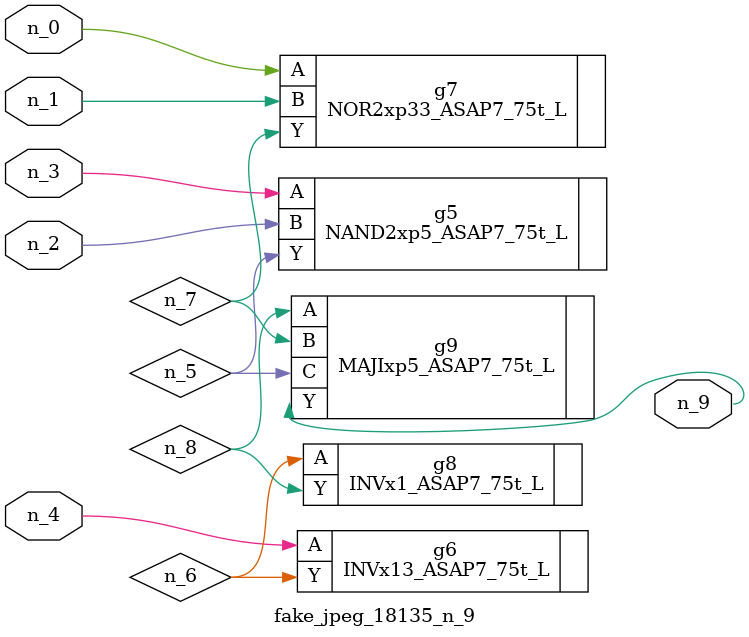
<source format=v>
module fake_jpeg_18135_n_9 (n_3, n_2, n_1, n_0, n_4, n_9);

input n_3;
input n_2;
input n_1;
input n_0;
input n_4;

output n_9;

wire n_8;
wire n_6;
wire n_5;
wire n_7;

NAND2xp5_ASAP7_75t_L g5 ( 
.A(n_3),
.B(n_2),
.Y(n_5)
);

INVx13_ASAP7_75t_L g6 ( 
.A(n_4),
.Y(n_6)
);

NOR2xp33_ASAP7_75t_L g7 ( 
.A(n_0),
.B(n_1),
.Y(n_7)
);

INVx1_ASAP7_75t_L g8 ( 
.A(n_6),
.Y(n_8)
);

MAJIxp5_ASAP7_75t_L g9 ( 
.A(n_8),
.B(n_7),
.C(n_5),
.Y(n_9)
);


endmodule
</source>
